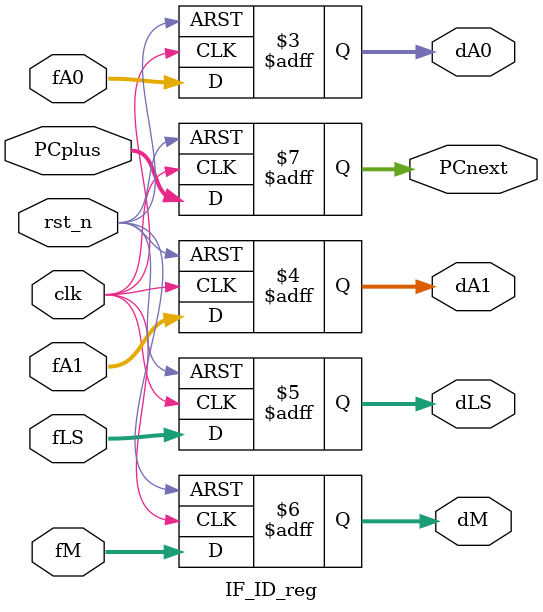
<source format=sv>
/*
	Team: DSP (Discretely Superior Processing)
	Members: Brian Guttag, Cheng Xiang, Nick Levings, Cody Schnabel, James Papa
	
	Block: CPU
	Stage: Instruction Fetch/Instruction Decode
	
	Summary:
*/


module IF_ID_reg(dA0,dA1,dLS,dM,fA0,fA1,fLS,fM,PCnext,PCplus,clk,rst_n);

	input [21:0] fA0,fA1,fLS,fM;
	input [9:0] PCplus;
	input clk, rst_n;
	output reg [21:0] dA0,dA1,dLS,dM;
	output reg [9:0] PCnext;
	
	always@(posedge clk, negedge rst_n)begin
		if(!rst_n)begin
			dA0 <= 22'b00_00000_00000_00000_01100;	//NOPs
			dA1 <= 22'b00_00000_00000_00000_01100;
			dLS <= 22'b00_00000_00000_00000_01100;
			dM <= 22'b00_00000_00000_00000_01100;
			PCnext <= 10'd0;
		end
		else begin
			dA0 <= fA0;
			dA1 <= fA1;
			dLS <= fLS;
			dM <= fM;
			PCnext <= PCplus;
		end
	end

endmodule
</source>
